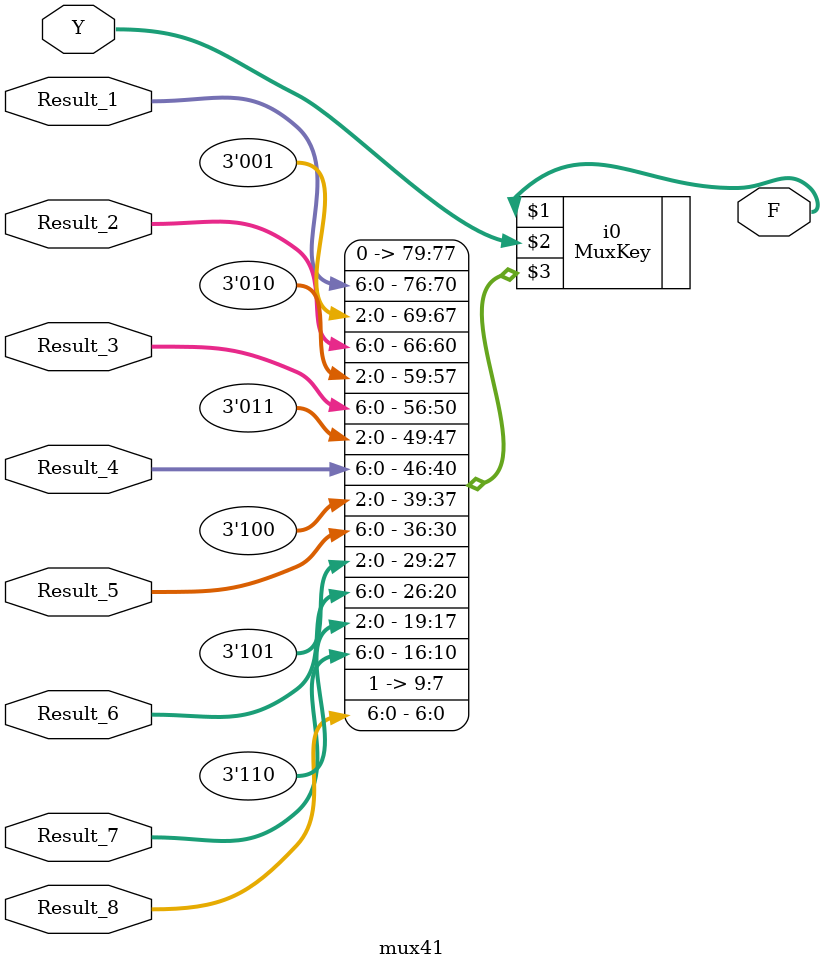
<source format=v>
`include"MuxKey.v"
module mux41(Result_1,Result_2,Result_3,Result_4,Result_5,Result_6,Result_7,Result_8,Y,F);
  input   [6:0]Result_1,Result_2,Result_3,Result_4,Result_5,Result_6,Result_7,Result_8;
  input   [2:0]Y;
  output  [6:0]F;
  MuxKey #(8, 3, 7) i0 (F, Y, {
    3'b000, Result_1,
    3'b001, Result_2,
    3'b010, Result_3,
    3'b011, Result_4,
    3'b100, Result_5,
    3'b101, Result_6,
    3'b110, Result_7,
    3'b111, Result_8
  });
endmodule


</source>
